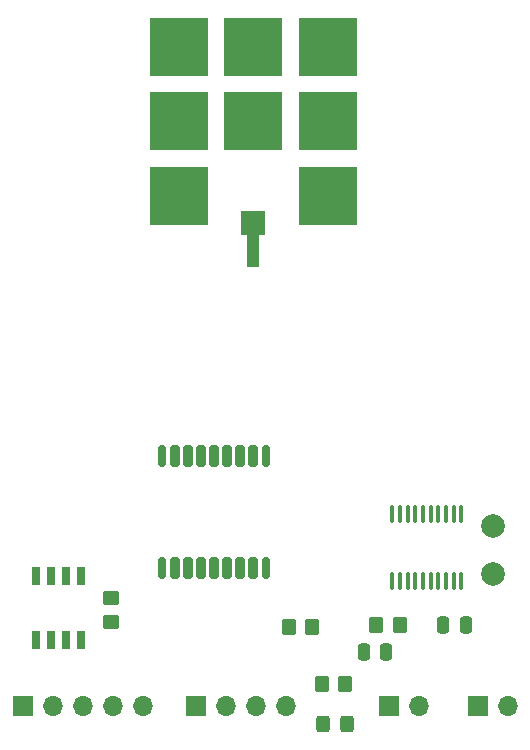
<source format=gbr>
%TF.GenerationSoftware,KiCad,Pcbnew,8.0.1*%
%TF.CreationDate,2025-07-31T15:27:13-05:00*%
%TF.ProjectId,GPS_board_v3,4750535f-626f-4617-9264-5f76332e6b69,rev?*%
%TF.SameCoordinates,Original*%
%TF.FileFunction,Soldermask,Top*%
%TF.FilePolarity,Negative*%
%FSLAX46Y46*%
G04 Gerber Fmt 4.6, Leading zero omitted, Abs format (unit mm)*
G04 Created by KiCad (PCBNEW 8.0.1) date 2025-07-31 15:27:13*
%MOMM*%
%LPD*%
G01*
G04 APERTURE LIST*
G04 Aperture macros list*
%AMRoundRect*
0 Rectangle with rounded corners*
0 $1 Rounding radius*
0 $2 $3 $4 $5 $6 $7 $8 $9 X,Y pos of 4 corners*
0 Add a 4 corners polygon primitive as box body*
4,1,4,$2,$3,$4,$5,$6,$7,$8,$9,$2,$3,0*
0 Add four circle primitives for the rounded corners*
1,1,$1+$1,$2,$3*
1,1,$1+$1,$4,$5*
1,1,$1+$1,$6,$7*
1,1,$1+$1,$8,$9*
0 Add four rect primitives between the rounded corners*
20,1,$1+$1,$2,$3,$4,$5,0*
20,1,$1+$1,$4,$5,$6,$7,0*
20,1,$1+$1,$6,$7,$8,$9,0*
20,1,$1+$1,$8,$9,$2,$3,0*%
G04 Aperture macros list end*
%ADD10C,2.000000*%
%ADD11RoundRect,0.100000X0.100000X-0.637500X0.100000X0.637500X-0.100000X0.637500X-0.100000X-0.637500X0*%
%ADD12RoundRect,0.250000X-0.350000X-0.450000X0.350000X-0.450000X0.350000X0.450000X-0.350000X0.450000X0*%
%ADD13R,1.700000X1.700000*%
%ADD14O,1.700000X1.700000*%
%ADD15RoundRect,0.250000X-0.250000X-0.475000X0.250000X-0.475000X0.250000X0.475000X-0.250000X0.475000X0*%
%ADD16RoundRect,0.250000X0.250000X0.475000X-0.250000X0.475000X-0.250000X-0.475000X0.250000X-0.475000X0*%
%ADD17R,0.650000X1.528000*%
%ADD18RoundRect,0.175000X0.175000X-0.725000X0.175000X0.725000X-0.175000X0.725000X-0.175000X-0.725000X0*%
%ADD19RoundRect,0.200000X0.200000X-0.700000X0.200000X0.700000X-0.200000X0.700000X-0.200000X-0.700000X0*%
%ADD20RoundRect,0.250000X0.450000X-0.350000X0.450000X0.350000X-0.450000X0.350000X-0.450000X-0.350000X0*%
%ADD21R,5.000000X5.000000*%
%ADD22R,2.000000X2.000000*%
%ADD23R,1.000000X2.700000*%
%ADD24RoundRect,0.250000X-0.325000X-0.450000X0.325000X-0.450000X0.325000X0.450000X-0.325000X0.450000X0*%
G04 APERTURE END LIST*
D10*
%TO.C,REF\u002A\u002A*%
X167894000Y-110490000D03*
%TD*%
%TO.C,REF\u002A\u002A*%
X167894000Y-114554000D03*
%TD*%
D11*
%TO.C,U1*%
X159381000Y-115130500D03*
X160031000Y-115130500D03*
X160681000Y-115130500D03*
X161331000Y-115130500D03*
X161981000Y-115130500D03*
X162631000Y-115130500D03*
X163281000Y-115130500D03*
X163931000Y-115130500D03*
X164581000Y-115130500D03*
X165231000Y-115130500D03*
X165231000Y-109405500D03*
X164581000Y-109405500D03*
X163931000Y-109405500D03*
X163281000Y-109405500D03*
X162631000Y-109405500D03*
X161981000Y-109405500D03*
X161331000Y-109405500D03*
X160681000Y-109405500D03*
X160031000Y-109405500D03*
X159381000Y-109405500D03*
%TD*%
D12*
%TO.C,R1*%
X158004000Y-118872000D03*
X160004000Y-118872000D03*
%TD*%
D13*
%TO.C,J3*%
X142748000Y-125730000D03*
D14*
X145288000Y-125730000D03*
X147828000Y-125730000D03*
X150368000Y-125730000D03*
%TD*%
D15*
%TO.C,C2*%
X163708000Y-118872000D03*
X165608000Y-118872000D03*
%TD*%
D16*
%TO.C,C1*%
X158872000Y-121158000D03*
X156972000Y-121158000D03*
%TD*%
D17*
%TO.C,IC2*%
X133005000Y-114689000D03*
X131735000Y-114689000D03*
X130465000Y-114689000D03*
X129195000Y-114689000D03*
X129195000Y-120111000D03*
X130465000Y-120111000D03*
X131735000Y-120111000D03*
X133005000Y-120111000D03*
%TD*%
D13*
%TO.C,J4*%
X128080000Y-125715000D03*
D14*
X130620000Y-125715000D03*
X133160000Y-125715000D03*
X135700000Y-125715000D03*
X138240000Y-125715000D03*
%TD*%
D18*
%TO.C,U5*%
X139900000Y-114050000D03*
D19*
X141000000Y-114050000D03*
X142100000Y-114050000D03*
X143200000Y-114050000D03*
X144300000Y-114050000D03*
X145400000Y-114050000D03*
X146500000Y-114050000D03*
X147600000Y-114050000D03*
D18*
X148700000Y-114050000D03*
X148700000Y-104550000D03*
D19*
X147600000Y-104550000D03*
X146500000Y-104550000D03*
X145400000Y-104550000D03*
X144300000Y-104550000D03*
X143200000Y-104550000D03*
X142100000Y-104550000D03*
X141000000Y-104550000D03*
D18*
X139900000Y-104550000D03*
%TD*%
D13*
%TO.C,J2*%
X159125000Y-125715000D03*
D14*
X161665000Y-125715000D03*
%TD*%
D12*
%TO.C,R9*%
X150600000Y-119000000D03*
X152600000Y-119000000D03*
%TD*%
D20*
%TO.C,R8*%
X135600000Y-118600000D03*
X135600000Y-116600000D03*
%TD*%
D21*
%TO.C,A1*%
X141300000Y-69900000D03*
X141300000Y-76200000D03*
X141300000Y-82500000D03*
X147600000Y-69900000D03*
X147600000Y-76200000D03*
X153900000Y-69900000D03*
X153900000Y-76200000D03*
X153900000Y-82500000D03*
D22*
X147600000Y-84800000D03*
D23*
X147600000Y-87150000D03*
%TD*%
D12*
%TO.C,R10*%
X153400000Y-123815000D03*
X155400000Y-123815000D03*
%TD*%
D13*
%TO.C,J1*%
X166625000Y-125715000D03*
D14*
X169165000Y-125715000D03*
%TD*%
D24*
%TO.C,D1*%
X153475000Y-127215000D03*
X155525000Y-127215000D03*
%TD*%
M02*

</source>
